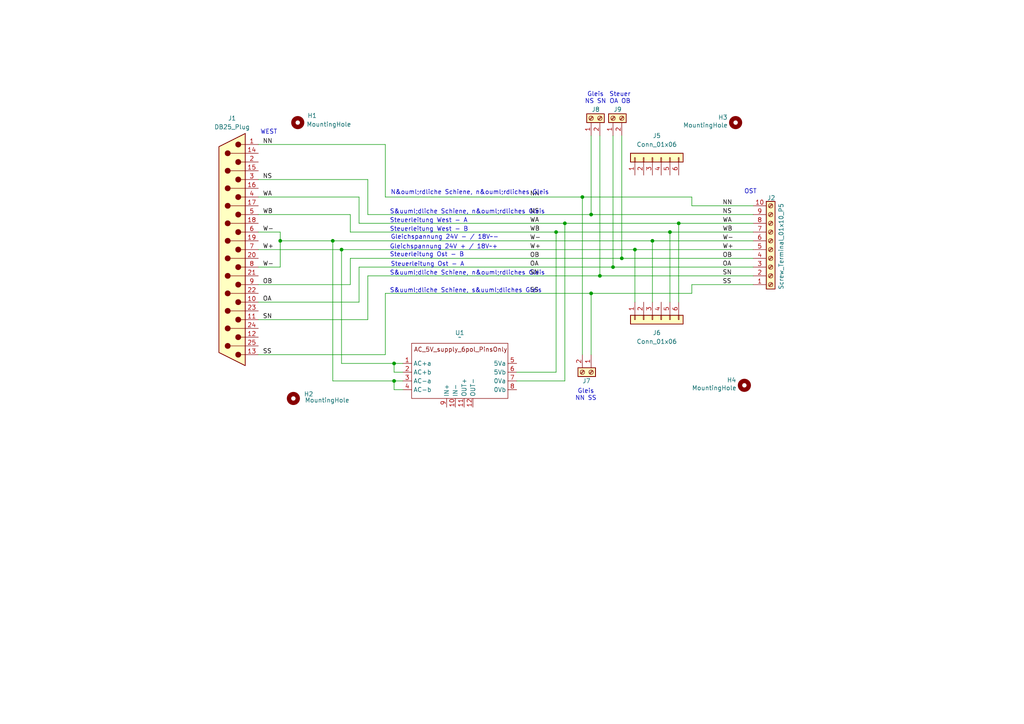
<source format=kicad_sch>
(kicad_sch (version 20231120) (generator "eeschema") (generator_version "8.0")
  (paper "A4")
  (lib_symbols
    (symbol "Connector:DB25_Plug" (pin_names (offset 1.016) hide)
      (property "Reference" "J" (at 0 34.29 0))
      (property "Value" "DB25_Plug" (at 0 -34.925 0))
      (symbol "DB25_Plug_0_1"
        (circle (center -1.778 -30.48) (radius 0.762) (fill (type outline)))
        (circle (center -1.778 -25.4) (radius 0.762) (fill (type outline)))
        (circle (center -1.778 -20.32) (radius 0.762) (fill (type outline)))
        (circle (center -1.778 -15.24) (radius 0.762) (fill (type outline)))
        (circle (center -1.778 -10.16) (radius 0.762) (fill (type outline)))
        (circle (center -1.778 -5.08) (radius 0.762) (fill (type outline)))
        (circle (center -1.778 0) (radius 0.762) (fill (type outline)))
        (circle (center -1.778 5.08) (radius 0.762) (fill (type outline)))
        (circle (center -1.778 10.16) (radius 0.762) (fill (type outline)))
        (circle (center -1.778 15.24) (radius 0.762) (fill (type outline)))
        (circle (center -1.778 20.32) (radius 0.762) (fill (type outline)))
        (circle (center -1.778 25.4) (radius 0.762) (fill (type outline)))
        (circle (center -1.778 30.48) (radius 0.762) (fill (type outline)))
        (polyline (pts (xy -3.81 -30.48) (xy -2.54 -30.48)))
        (polyline (pts (xy -3.81 -27.94) (xy 0.508 -27.94)))
        (polyline (pts (xy -3.81 -25.4) (xy -2.54 -25.4)))
        (polyline (pts (xy -3.81 -22.86) (xy 0.508 -22.86)))
        (polyline (pts (xy -3.81 -20.32) (xy -2.54 -20.32)))
        (polyline (pts (xy -3.81 -17.78) (xy 0.508 -17.78)))
        (polyline (pts (xy -3.81 -15.24) (xy -2.54 -15.24)))
        (polyline (pts (xy -3.81 -12.7) (xy 0.508 -12.7)))
        (polyline (pts (xy -3.81 -10.16) (xy -2.54 -10.16)))
        (polyline (pts (xy -3.81 -7.62) (xy 0.508 -7.62)))
        (polyline (pts (xy -3.81 -5.08) (xy -2.54 -5.08)))
        (polyline (pts (xy -3.81 -2.54) (xy 0.508 -2.54)))
        (polyline (pts (xy -3.81 0) (xy -2.54 0)))
        (polyline (pts (xy -3.81 2.54) (xy 0.508 2.54)))
        (polyline (pts (xy -3.81 5.08) (xy -2.54 5.08)))
        (polyline (pts (xy -3.81 7.62) (xy 0.508 7.62)))
        (polyline (pts (xy -3.81 10.16) (xy -2.54 10.16)))
        (polyline (pts (xy -3.81 12.7) (xy 0.508 12.7)))
        (polyline (pts (xy -3.81 15.24) (xy -2.54 15.24)))
        (polyline (pts (xy -3.81 17.78) (xy 0.508 17.78)))
        (polyline (pts (xy -3.81 20.32) (xy -2.54 20.32)))
        (polyline (pts (xy -3.81 22.86) (xy 0.508 22.86)))
        (polyline (pts (xy -3.81 25.4) (xy -2.54 25.4)))
        (polyline (pts (xy -3.81 27.94) (xy 0.508 27.94)))
        (polyline (pts (xy -3.81 30.48) (xy -2.54 30.48)))
        (polyline (pts (xy -3.81 -33.655) (xy 3.81 -29.845) (xy 3.81 29.845) (xy -3.81 33.655) (xy -3.81 -33.655)) (stroke (width 0.254)) (fill (type background)))
        (circle (center 1.27 -27.94) (radius 0.762) (fill (type outline)))
        (circle (center 1.27 -22.86) (radius 0.762) (fill (type outline)))
        (circle (center 1.27 -17.78) (radius 0.762) (fill (type outline)))
        (circle (center 1.27 -12.7) (radius 0.762) (fill (type outline)))
        (circle (center 1.27 -7.62) (radius 0.762) (fill (type outline)))
        (circle (center 1.27 -2.54) (radius 0.762) (fill (type outline)))
        (circle (center 1.27 2.54) (radius 0.762) (fill (type outline)))
        (circle (center 1.27 7.62) (radius 0.762) (fill (type outline)))
        (circle (center 1.27 12.7) (radius 0.762) (fill (type outline)))
        (circle (center 1.27 17.78) (radius 0.762) (fill (type outline)))
        (circle (center 1.27 22.86) (radius 0.762) (fill (type outline)))
        (circle (center 1.27 27.94) (radius 0.762) (fill (type outline)))
      )
      (symbol "DB25_Plug_1_1"
        (pin passive line (at -7.62 -30.48 0) (length 3.81) (name "1") (number "1"))
        (pin passive line (at -7.62 15.24 0) (length 3.81) (name "10") (number "10"))
        (pin passive line (at -7.62 20.32 0) (length 3.81) (name "11") (number "11"))
        (pin passive line (at -7.62 25.4 0) (length 3.81) (name "12") (number "12"))
        (pin passive line (at -7.62 30.48 0) (length 3.81) (name "13") (number "13"))
        (pin passive line (at -7.62 -27.94 0) (length 3.81) (name "P14") (number "14"))
        (pin passive line (at -7.62 -22.86 0) (length 3.81) (name "P15") (number "15"))
        (pin passive line (at -7.62 -17.78 0) (length 3.81) (name "P16") (number "16"))
        (pin passive line (at -7.62 -12.7 0) (length 3.81) (name "P17") (number "17"))
        (pin passive line (at -7.62 -7.62 0) (length 3.81) (name "P18") (number "18"))
        (pin passive line (at -7.62 -2.54 0) (length 3.81) (name "P19") (number "19"))
        (pin passive line (at -7.62 -25.4 0) (length 3.81) (name "2") (number "2"))
        (pin passive line (at -7.62 2.54 0) (length 3.81) (name "P20") (number "20"))
        (pin passive line (at -7.62 7.62 0) (length 3.81) (name "P21") (number "21"))
        (pin passive line (at -7.62 12.7 0) (length 3.81) (name "P22") (number "22"))
        (pin passive line (at -7.62 17.78 0) (length 3.81) (name "P23") (number "23"))
        (pin passive line (at -7.62 22.86 0) (length 3.81) (name "P24") (number "24"))
        (pin passive line (at -7.62 27.94 0) (length 3.81) (name "P25") (number "25"))
        (pin passive line (at -7.62 -20.32 0) (length 3.81) (name "3") (number "3"))
        (pin passive line (at -7.62 -15.24 0) (length 3.81) (name "4") (number "4"))
        (pin passive line (at -7.62 -10.16 0) (length 3.81) (name "5") (number "5"))
        (pin passive line (at -7.62 -5.08 0) (length 3.81) (name "6") (number "6"))
        (pin passive line (at -7.62 0 0) (length 3.81) (name "7") (number "7"))
        (pin passive line (at -7.62 5.08 0) (length 3.81) (name "8") (number "8"))
        (pin passive line (at -7.62 10.16 0) (length 3.81) (name "9") (number "9"))
      )
    )
    (symbol "Connector_Generic:Conn_01x06" (pin_names (offset 1.016) hide)
      (property "Reference" "J" (at 0 7.62 0))
      (property "Value" "Conn_01x06" (at 0 -10.16 0))
      (symbol "Conn_01x06_1_1"
        (rectangle (start -1.27 -7.493) (end 0 -7.747) (stroke (width 0.1524)))
        (rectangle (start -1.27 -4.953) (end 0 -5.207) (stroke (width 0.1524)))
        (rectangle (start -1.27 -2.413) (end 0 -2.667) (stroke (width 0.1524)))
        (rectangle (start -1.27 0.127) (end 0 -0.127) (stroke (width 0.1524)))
        (rectangle (start -1.27 2.667) (end 0 2.413) (stroke (width 0.1524)))
        (rectangle (start -1.27 5.207) (end 0 4.953) (stroke (width 0.1524)))
        (rectangle (start -1.27 6.35) (end 1.27 -8.89) (stroke (width 0.254)) (fill (type background)))
        (pin passive line (at -5.08 5.08 0) (length 3.81) (name "Pin_1") (number "1"))
        (pin passive line (at -5.08 2.54 0) (length 3.81) (name "Pin_2") (number "2"))
        (pin passive line (at -5.08 0 0) (length 3.81) (name "Pin_3") (number "3"))
        (pin passive line (at -5.08 -2.54 0) (length 3.81) (name "Pin_4") (number "4"))
        (pin passive line (at -5.08 -5.08 0) (length 3.81) (name "Pin_5") (number "5"))
        (pin passive line (at -5.08 -7.62 0) (length 3.81) (name "Pin_6") (number "6"))
      )
    )
    (symbol "Mechanical:MountingHole" (pin_names (offset 1.016)) (exclude_from_sim yes) (in_bom no)
      (property "Reference" "H" (at 0 5.08 0))
      (property "Value" "MountingHole" (at 0 3.175 0))
      (symbol "MountingHole_0_1"
        (circle (center 0 0) (radius 1.27) (stroke (width 1.27)))
      )
    )
    (symbol "_kh_library:AC_5V_supply_6pol"
      (property "Reference" "U" (at 16.256 7.112 0))
      (symbol "AC_5V_supply_6pol_0_1"
        (rectangle (start 2.54 5.842) (end 30.48 -10.16))
      )
      (symbol "AC_5V_supply_6pol_1_1"
        (text "AC_5V_supply_6pol_PinsOnly" (at 16.764 4.064 0) (effects (font (size 1.27 1.27))))
        (pin passive line (at 0 0 0) (length 2.54) (name "AC+a") (number "1"))
        (pin passive line (at 15.24 -12.7 90) (length 2.54) (name "IN-") (number "10"))
        (pin passive line (at 17.78 -12.7 90) (length 2.54) (name "OUT+") (number "11"))
        (pin passive line (at 20.32 -12.7 90) (length 2.54) (name "OUT-") (number "12"))
        (pin passive line (at 0 -2.54 0) (length 2.54) (name "AC+b") (number "2"))
        (pin passive line (at 0 -5.08 0) (length 2.54) (name "AC-a") (number "3"))
        (pin passive line (at 0 -7.62 0) (length 2.54) (name "AC-b") (number "4"))
        (pin passive line (at 33.02 0 180) (length 2.54) (name "5Va") (number "5"))
        (pin passive line (at 33.02 -2.54 180) (length 2.54) (name "5Vb") (number "6"))
        (pin passive line (at 33.02 -5.08 180) (length 2.54) (name "0Va") (number "7"))
        (pin passive line (at 33.02 -7.62 180) (length 2.54) (name "0Vb") (number "8"))
        (pin passive line (at 12.7 -12.7 90) (length 2.54) (name "IN+") (number "9"))
      )
    )
    (symbol "_kh_library:Screw_Terminal_01x02_P5" (pin_names (offset 1.016) hide)
      (property "Reference" "J" (at 2.286 0 0))
      (property "Value" "Screw_Terminal_01x02_P5" (at 6.35 -1.016 90))
      (symbol "Screw_Terminal_01x02_P5_1_1"
        (rectangle (start -1.27 1.27) (end 1.27 -3.81) (stroke (width 0.254)) (fill (type background)))
        (circle (center 0 -2.54) (radius 0.635) (stroke (width 0.1524)))
        (polyline (pts (xy -0.5334 -2.2098) (xy 0.3302 -3.048)) (stroke (width 0.1524)))
        (polyline (pts (xy -0.5334 0.3302) (xy 0.3302 -0.508)) (stroke (width 0.1524)))
        (polyline (pts (xy -0.3556 -2.032) (xy 0.508 -2.8702)) (stroke (width 0.1524)))
        (polyline (pts (xy -0.3556 0.508) (xy 0.508 -0.3302)) (stroke (width 0.1524)))
        (circle (center 0 0) (radius 0.635) (stroke (width 0.1524)))
        (pin passive line (at -5.08 0 0) (length 3.81) (name "Pin_1") (number "1"))
        (pin passive line (at -5.08 -2.54 0) (length 3.81) (name "Pin_2") (number "2"))
      )
    )
    (symbol "_kh_library:Screw_Terminal_01x10_P5" (pin_names (offset 1.016) hide)
      (property "Reference" "J" (at 0 12.7 0))
      (property "Value" "Screw_Terminal_01x10_P5" (at 3.556 -1.016 90))
      (symbol "Screw_Terminal_01x10_P5_1_1"
        (rectangle (start -1.27 11.43) (end 1.27 -13.97) (stroke (width 0.254)) (fill (type background)))
        (circle (center 0 -12.7) (radius 0.635) (stroke (width 0.1524)))
        (circle (center 0 -10.16) (radius 0.635) (stroke (width 0.1524)))
        (circle (center 0 -7.62) (radius 0.635) (stroke (width 0.1524)))
        (circle (center 0 -5.08) (radius 0.635) (stroke (width 0.1524)))
        (circle (center 0 -2.54) (radius 0.635) (stroke (width 0.1524)))
        (polyline (pts (xy -0.5334 -12.3698) (xy 0.3302 -13.208)) (stroke (width 0.1524)))
        (polyline (pts (xy -0.5334 -9.8298) (xy 0.3302 -10.668)) (stroke (width 0.1524)))
        (polyline (pts (xy -0.5334 -7.2898) (xy 0.3302 -8.128)) (stroke (width 0.1524)))
        (polyline (pts (xy -0.5334 -4.7498) (xy 0.3302 -5.588)) (stroke (width 0.1524)))
        (polyline (pts (xy -0.5334 -2.2098) (xy 0.3302 -3.048)) (stroke (width 0.1524)))
        (polyline (pts (xy -0.5334 0.3302) (xy 0.3302 -0.508)) (stroke (width 0.1524)))
        (polyline (pts (xy -0.5334 2.8702) (xy 0.3302 2.032)) (stroke (width 0.1524)))
        (polyline (pts (xy -0.5334 5.4102) (xy 0.3302 4.572)) (stroke (width 0.1524)))
        (polyline (pts (xy -0.5334 7.9502) (xy 0.3302 7.112)) (stroke (width 0.1524)))
        (polyline (pts (xy -0.5334 10.4902) (xy 0.3302 9.652)) (stroke (width 0.1524)))
        (polyline (pts (xy -0.3556 -12.192) (xy 0.508 -13.0302)) (stroke (width 0.1524)))
        (polyline (pts (xy -0.3556 -9.652) (xy 0.508 -10.4902)) (stroke (width 0.1524)))
        (polyline (pts (xy -0.3556 -7.112) (xy 0.508 -7.9502)) (stroke (width 0.1524)))
        (polyline (pts (xy -0.3556 -4.572) (xy 0.508 -5.4102)) (stroke (width 0.1524)))
        (polyline (pts (xy -0.3556 -2.032) (xy 0.508 -2.8702)) (stroke (width 0.1524)))
        (polyline (pts (xy -0.3556 0.508) (xy 0.508 -0.3302)) (stroke (width 0.1524)))
        (polyline (pts (xy -0.3556 3.048) (xy 0.508 2.2098)) (stroke (width 0.1524)))
        (polyline (pts (xy -0.3556 5.588) (xy 0.508 4.7498)) (stroke (width 0.1524)))
        (polyline (pts (xy -0.3556 8.128) (xy 0.508 7.2898)) (stroke (width 0.1524)))
        (polyline (pts (xy -0.3556 10.668) (xy 0.508 9.8298)) (stroke (width 0.1524)))
        (circle (center 0 0) (radius 0.635) (stroke (width 0.1524)))
        (circle (center 0 2.54) (radius 0.635) (stroke (width 0.1524)))
        (circle (center 0 5.08) (radius 0.635) (stroke (width 0.1524)))
        (circle (center 0 7.62) (radius 0.635) (stroke (width 0.1524)))
        (circle (center 0 10.16) (radius 0.635) (stroke (width 0.1524)))
        (pin passive line (at -5.08 10.16 0) (length 3.81) (name "Pin_1") (number "1"))
        (pin passive line (at -5.08 -12.7 0) (length 3.81) (name "Pin_10") (number "10"))
        (pin passive line (at -5.08 7.62 0) (length 3.81) (name "Pin_2") (number "2"))
        (pin passive line (at -5.08 5.08 0) (length 3.81) (name "Pin_3") (number "3"))
        (pin passive line (at -5.08 2.54 0) (length 3.81) (name "Pin_4") (number "4"))
        (pin passive line (at -5.08 0 0) (length 3.81) (name "Pin_5") (number "5"))
        (pin passive line (at -5.08 -2.54 0) (length 3.81) (name "Pin_6") (number "6"))
        (pin passive line (at -5.08 -5.08 0) (length 3.81) (name "Pin_7") (number "7"))
        (pin passive line (at -5.08 -7.62 0) (length 3.81) (name "Pin_8") (number "8"))
        (pin passive line (at -5.08 -10.16 0) (length 3.81) (name "Pin_9") (number "9"))
      )
    )
  )
  (junction (at 171.45 62.23))
  (junction (at 81.28 69.85))
  (junction (at 194.31 67.31))
  (junction (at 173.99 80.01))
  (junction (at 163.83 64.77))
  (junction (at 184.15 72.39))
  (junction (at 180.34 74.93))
  (junction (at 161.29 67.31))
  (junction (at 168.91 57.15))
  (junction (at 189.23 69.85))
  (junction (at 99.06 72.39))
  (junction (at 196.85 64.77))
  (junction (at 171.45 85.09))
  (junction (at 114.3 110.49))
  (junction (at 114.3 105.41))
  (junction (at 177.8 77.47))
  (junction (at 96.52 69.85))
  (wire (pts (xy 111.76 41.91) (xy 111.76 57.15)))
  (wire (pts (xy 171.45 85.09) (xy 171.45 102.87)))
  (wire (pts (xy 173.99 80.01) (xy 218.44 80.01)))
  (wire (pts (xy 194.31 67.31) (xy 194.31 87.63)))
  (wire (pts (xy 184.15 72.39) (xy 218.44 72.39)))
  (wire (pts (xy 200.66 85.09) (xy 200.66 82.55)))
  (wire (pts (xy 184.15 72.39) (xy 184.15 87.63)))
  (wire (pts (xy 189.23 69.85) (xy 189.23 87.63)))
  (wire (pts (xy 74.93 41.91) (xy 111.76 41.91)))
  (wire (pts (xy 116.84 110.49) (xy 114.3 110.49)))
  (wire (pts (xy 168.91 57.15) (xy 200.66 57.15)))
  (wire (pts (xy 194.31 67.31) (xy 218.44 67.31)))
  (wire (pts (xy 177.8 77.47) (xy 218.44 77.47)))
  (wire (pts (xy 74.93 102.87) (xy 111.76 102.87)))
  (wire (pts (xy 99.06 72.39) (xy 184.15 72.39)))
  (wire (pts (xy 189.23 69.85) (xy 218.44 69.85)))
  (wire (pts (xy 161.29 107.95) (xy 161.29 67.31)))
  (wire (pts (xy 74.93 67.31) (xy 81.28 67.31)))
  (wire (pts (xy 74.93 82.55) (xy 101.6 82.55)))
  (wire (pts (xy 111.76 85.09) (xy 171.45 85.09)))
  (wire (pts (xy 104.14 87.63) (xy 104.14 77.47)))
  (wire (pts (xy 149.86 110.49) (xy 163.83 110.49)))
  (wire (pts (xy 161.29 67.31) (xy 194.31 67.31)))
  (wire (pts (xy 74.93 52.07) (xy 106.68 52.07)))
  (wire (pts (xy 96.52 69.85) (xy 96.52 110.49)))
  (wire (pts (xy 99.06 72.39) (xy 99.06 105.41)))
  (wire (pts (xy 196.85 64.77) (xy 196.85 87.63)))
  (wire (pts (xy 111.76 102.87) (xy 111.76 85.09)))
  (wire (pts (xy 163.83 110.49) (xy 163.83 64.77)))
  (wire (pts (xy 114.3 107.95) (xy 116.84 107.95)))
  (wire (pts (xy 104.14 57.15) (xy 104.14 64.77)))
  (wire (pts (xy 114.3 105.41) (xy 114.3 107.95)))
  (wire (pts (xy 173.99 39.37) (xy 173.99 80.01)))
  (wire (pts (xy 81.28 69.85) (xy 81.28 67.31)))
  (wire (pts (xy 180.34 74.93) (xy 218.44 74.93)))
  (wire (pts (xy 111.76 57.15) (xy 168.91 57.15)))
  (wire (pts (xy 200.66 57.15) (xy 200.66 59.69)))
  (wire (pts (xy 114.3 110.49) (xy 114.3 113.03)))
  (wire (pts (xy 106.68 92.71) (xy 106.68 80.01)))
  (wire (pts (xy 104.14 64.77) (xy 163.83 64.77)))
  (wire (pts (xy 74.93 87.63) (xy 104.14 87.63)))
  (wire (pts (xy 74.93 62.23) (xy 101.6 62.23)))
  (wire (pts (xy 106.68 62.23) (xy 171.45 62.23)))
  (wire (pts (xy 74.93 72.39) (xy 99.06 72.39)))
  (wire (pts (xy 74.93 92.71) (xy 106.68 92.71)))
  (wire (pts (xy 96.52 110.49) (xy 114.3 110.49)))
  (wire (pts (xy 177.8 39.37) (xy 177.8 77.47)))
  (wire (pts (xy 96.52 69.85) (xy 189.23 69.85)))
  (wire (pts (xy 99.06 105.41) (xy 114.3 105.41)))
  (wire (pts (xy 218.44 59.69) (xy 200.66 59.69)))
  (wire (pts (xy 81.28 69.85) (xy 81.28 77.47)))
  (wire (pts (xy 106.68 52.07) (xy 106.68 62.23)))
  (wire (pts (xy 196.85 64.77) (xy 218.44 64.77)))
  (wire (pts (xy 116.84 105.41) (xy 114.3 105.41)))
  (wire (pts (xy 101.6 74.93) (xy 180.34 74.93)))
  (wire (pts (xy 101.6 67.31) (xy 161.29 67.31)))
  (wire (pts (xy 114.3 113.03) (xy 116.84 113.03)))
  (wire (pts (xy 180.34 39.37) (xy 180.34 74.93)))
  (wire (pts (xy 149.86 107.95) (xy 161.29 107.95)))
  (wire (pts (xy 163.83 64.77) (xy 196.85 64.77)))
  (wire (pts (xy 171.45 85.09) (xy 200.66 85.09)))
  (wire (pts (xy 154.94 -12.7) (xy 148.59 -12.7)))
  (wire (pts (xy 74.93 77.47) (xy 81.28 77.47)))
  (wire (pts (xy 106.68 80.01) (xy 173.99 80.01)))
  (wire (pts (xy 101.6 62.23) (xy 101.6 67.31)))
  (wire (pts (xy 171.45 62.23) (xy 218.44 62.23)))
  (wire (pts (xy 171.45 39.37) (xy 171.45 62.23)))
  (wire (pts (xy 168.91 57.15) (xy 168.91 102.87)))
  (wire (pts (xy 74.93 57.15) (xy 104.14 57.15)))
  (wire (pts (xy 101.6 82.55) (xy 101.6 74.93)))
  (wire (pts (xy 200.66 82.55) (xy 218.44 82.55)))
  (wire (pts (xy 104.14 77.47) (xy 177.8 77.47)))
  (wire (pts (xy 81.28 69.85) (xy 96.52 69.85)))
  (text "Gleis\nNS SN" (at 172.72 28.448 0) (effects (font (size 1.27 1.27))))
  (text "S&uuml;dliche Schiene, s&uuml;dliches Gleis" (at 113.03 84.328 0) (effects (font (size 1.27 1.27)) (justify left)))
  (text "S&uuml;dliche Schiene, n&ouml;rdliches Gleis" (at 113.03 61.468 0) (effects (font (size 1.27 1.27)) (justify left)))
  (text "Steuer\nOA OB" (at 179.832 28.448 0) (effects (font (size 1.27 1.27))))
  (text "Gleichspannung 24V - / 18V~-" (at 113.284 68.834 0) (effects (font (size 1.27 1.27)) (justify left)))
  (text "N&ouml;rdliche Schiene, n&ouml;rdliches Gleis" (at 113.284 55.88 0) (effects (font (size 1.27 1.27)) (justify left)))
  (text "Steuerleitung West - A" (at 113.03 64.008 0) (effects (font (size 1.27 1.27)) (justify left)))
  (text "Steuerleitung Ost - B" (at 113.03 73.914 0) (effects (font (size 1.27 1.27)) (justify left)))
  (text "Steuerleitung West - B" (at 113.03 66.548 0) (effects (font (size 1.27 1.27)) (justify left)))
  (text "WEST" (at 77.978 38.354 0) (effects (font (size 1.27 1.27))))
  (text "Gleichspannung 24V + / 18V~+" (at 113.03 71.628 0) (effects (font (size 1.27 1.27)) (justify left)))
  (text "OST" (at 217.678 55.626 0) (effects (font (size 1.27 1.27))))
  (text "Gleis\nNN SS" (at 169.926 114.554 0) (effects (font (size 1.27 1.27))))
  (text "S&uuml;dliche Schiene, n&ouml;rdliches Gleis" (at 113.03 79.248 0) (effects (font (size 1.27 1.27)) (justify left)))
  (text "Steuerleitung Ost - A" (at 113.284 76.708 0) (effects (font (size 1.27 1.27)) (justify left)))
  (label "OA" (at 209.55 77.47 0))
  (label "NS" (at 153.67 62.23 0))
  (label "SN" (at 76.2 92.71 0))
  (label "WB" (at 153.67 67.31 0))
  (label "WB" (at 76.2 62.23 0))
  (label "WA" (at 76.2 57.15 0))
  (label "W-" (at 76.2 77.47 0))
  (label "NN" (at 209.55 59.69 0))
  (label "W-" (at 209.55 69.85 0))
  (label "WB" (at 209.55 67.31 0))
  (label "SS" (at 209.55 82.55 0))
  (label "OB" (at 209.55 74.93 0))
  (label "WA" (at 153.67 64.77 0))
  (label "NS" (at 76.2 52.07 0))
  (label "OB" (at 76.2 82.55 0))
  (label "NN" (at 76.2 41.91 0))
  (label "SS" (at 153.67 85.09 0))
  (label "SS" (at 76.2 102.87 0))
  (label "OA" (at 153.67 77.47 0))
  (label "WA" (at 209.55 64.77 0))
  (label "SN" (at 209.55 80.01 0))
  (label "OA" (at 76.2 87.63 0))
  (label "W+" (at 153.67 72.39 0))
  (label "W-" (at 76.2 67.31 0))
  (label "NS" (at 209.55 62.23 0))
  (label "NN" (at 153.67 57.15 0))
  (label "W-" (at 153.67 69.85 0))
  (label "W+" (at 209.55 72.39 0))
  (label "W+" (at 76.2 72.39 0))
  (label "SN" (at 153.67 80.01 0))
  (label "OB" (at 153.67 74.93 0))
  (symbol (lib_id "Connector:DB25_Plug") (at 67.31 72.39 180) (unit 1)
    (property "Reference" "J1" (at 67.31 34.29 0))
    (property "Value" "DB25_Plug" (at 67.31 36.83 0))
    (property "Footprint" "_kh_library:DSUB-25_Male_Horizontal_P2.77x2.84mm_EdgePinOffset7.70mm_Housed_MountingHolesOffset9.12mm" (effects (hide yes)))
    (property "Description" "25-pin male plug pin D-SUB connector" (effects (hide yes)))
  )
  (symbol (lib_id "Mechanical:MountingHole") (at 215.9 111.76 180) (unit 1) (exclude_from_sim yes) (in_bom no)
    (property "Reference" "H4" (at 210.82 110.236 0) (effects (justify right)))
    (property "Value" "MountingHole" (at 200.66 112.522 0) (effects (justify right)))
    (property "Footprint" "MountingHole:MountingHole_2.7mm_M2.5_DIN965_Pad_TopBottom" (effects (hide yes)))
    (property "Description" "Mounting Hole without connection" (effects (hide yes)))
  )
  (symbol (lib_id "_kh_library:Screw_Terminal_01x02_P5") (at 171.45 34.29 90) (unit 1)
    (property "Reference" "J8" (at 173.99 31.75 90) (effects (justify left)))
    (property "Value" "Screw_Terminal_01x02_P5" (effects (hide yes)))
    (property "Footprint" "_kh_library:Screw_Terminal_01x02_P5" (effects (hide yes)))
    (property "Description" "Generic screw terminal, single row, 01x02, script generated (kicad-library-utils/schlib/autogen/connector/)" (effects (hide yes)))
  )
  (symbol (lib_id "_kh_library:Screw_Terminal_01x02_P5") (at 171.45 107.95 270) (unit 1)
    (property "Reference" "J7" (at 168.91 110.49 90) (effects (justify left)))
    (property "Value" "Screw_Terminal_01x02_P5" (effects (hide yes)))
    (property "Footprint" "_kh_library:Screw_Terminal_01x02_P5" (effects (hide yes)))
    (property "Description" "Generic screw terminal, single row, 01x02, script generated (kicad-library-utils/schlib/autogen/connector/)" (effects (hide yes)))
  )
  (symbol (lib_id "_kh_library:AC_5V_supply_6pol") (at 116.84 105.41 0) (unit 1)
    (property "Reference" "U1" (at 133.35 96.52 0))
    (property "Value" "~" (at 133.35 97.79 0))
    (property "Footprint" "_kh_library:AC_5V_supply_6pol_PinsOnly" (effects (hide yes)))
  )
  (symbol (lib_id "Connector_Generic:Conn_01x06") (at 189.23 92.71 90) (mirror x) (unit 1)
    (property "Reference" "J6" (at 190.5 96.52 90))
    (property "Value" "Conn_01x06" (at 190.5 99.06 90))
    (property "Footprint" "_kh_library:PinSocket_1x06_P2.54mm_Vertical_kh" (effects (hide yes)))
    (property "Description" "Generic connector, single row, 01x06, script generated (kicad-library-utils/schlib/autogen/connector/)" (effects (hide yes)))
  )
  (symbol (lib_id "Connector_Generic:Conn_01x06") (at 189.23 45.72 90) (unit 1)
    (property "Reference" "J5" (at 190.5 39.37 90))
    (property "Value" "Conn_01x06" (at 190.5 41.91 90))
    (property "Footprint" "_kh_library:PinSocket_1x06_P2.54mm_Vertical_kh" (effects (hide yes)))
    (property "Description" "Generic connector, single row, 01x06, script generated (kicad-library-utils/schlib/autogen/connector/)" (effects (hide yes)))
  )
  (symbol (lib_id "Mechanical:MountingHole") (at 86.36 35.56 180) (unit 1) (exclude_from_sim yes) (in_bom no)
    (property "Reference" "H1" (at 89.154 33.528 0) (effects (justify right)))
    (property "Value" "MountingHole" (at 88.9 36.068 0) (effects (justify right)))
    (property "Footprint" "MountingHole:MountingHole_2.7mm_M2.5_DIN965_Pad_TopBottom" (effects (hide yes)))
    (property "Description" "Mounting Hole without connection" (effects (hide yes)))
  )
  (symbol (lib_id "Mechanical:MountingHole") (at 85.09 115.57 180) (unit 1) (exclude_from_sim yes) (in_bom no)
    (property "Reference" "H2" (at 88.138 114.3 0) (effects (justify right)))
    (property "Value" "MountingHole" (at 88.392 116.078 0) (effects (justify right)))
    (property "Footprint" "MountingHole:MountingHole_2.7mm_M2.5_DIN965_Pad_TopBottom" (effects (hide yes)))
    (property "Description" "Mounting Hole without connection" (effects (hide yes)))
  )
  (symbol (lib_id "Mechanical:MountingHole") (at 213.36 35.56 180) (unit 1) (exclude_from_sim yes) (in_bom no)
    (property "Reference" "H3" (at 208.28 34.036 0) (effects (justify right)))
    (property "Value" "MountingHole" (at 198.12 36.322 0) (effects (justify right)))
    (property "Footprint" "MountingHole:MountingHole_2.7mm_M2.5_DIN965_Pad_TopBottom" (effects (hide yes)))
    (property "Description" "Mounting Hole without connection" (effects (hide yes)))
  )
  (symbol (lib_id "_kh_library:Screw_Terminal_01x10_P5") (at 223.52 72.39 0) (mirror x) (unit 1)
    (property "Reference" "J2" (at 222.504 57.404 0) (effects (justify left)))
    (property "Value" "Screw_Terminal_01x10_P5" (at 226.568 58.928 90) (effects (justify left)))
    (property "Footprint" "_kh_library:Screw_Terminal_01x10_P5" (effects (hide yes)))
    (property "Description" "Generic screw terminal, single row, 01x10, script generated (kicad-library-utils/schlib/autogen/connector/)" (effects (hide yes)))
  )
  (symbol (lib_id "_kh_library:Screw_Terminal_01x02_P5") (at 177.8 34.29 90) (unit 1)
    (property "Reference" "J9" (at 180.34 31.75 90) (effects (justify left)))
    (property "Value" "Screw_Terminal_01x02_P5" (effects (hide yes)))
    (property "Footprint" "_kh_library:Screw_Terminal_01x02_P5" (effects (hide yes)))
    (property "Description" "Generic screw terminal, single row, 01x02, script generated (kicad-library-utils/schlib/autogen/connector/)" (effects (hide yes)))
  )
)
</source>
